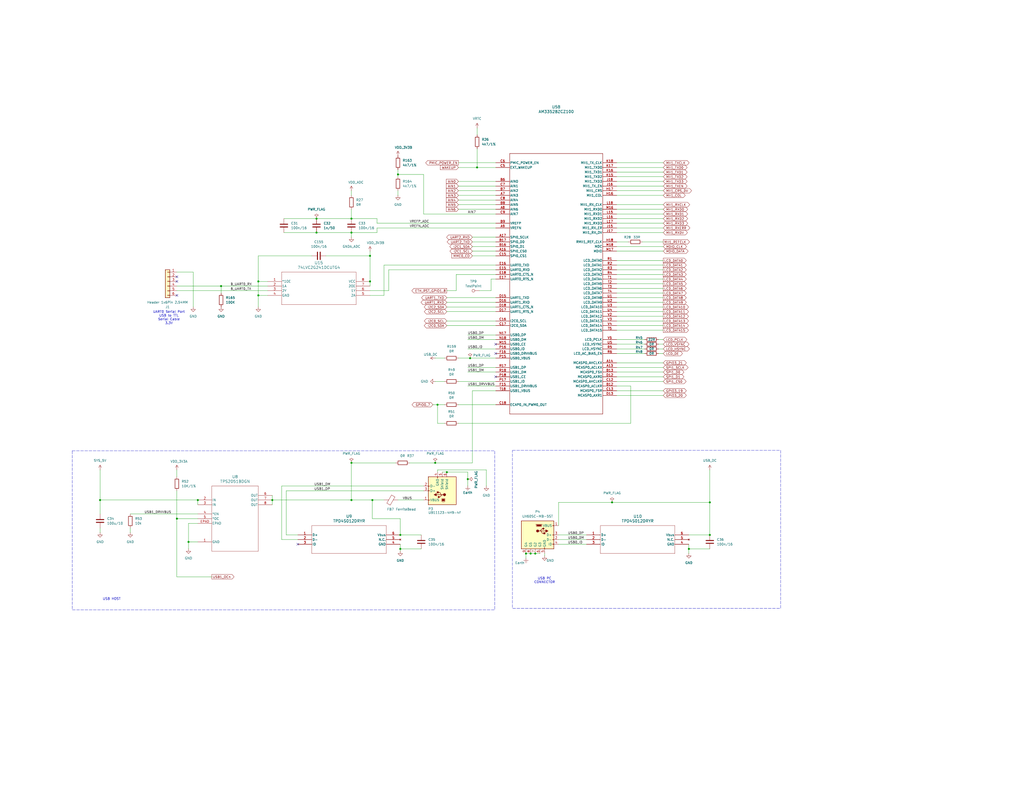
<source format=kicad_sch>
(kicad_sch (version 20231120) (generator "eeschema") (generator_version "8.0")
  (paper "C")
  (title_block (title "PROCESSOR 2 OF 3, UAB PORTS"))
  (junction (at 201.93 153.67))
  (junction (at 203.2 273.05))
  (junction (at 191.77 127))
  (junction (at 218.44 299.72))
  (junction (at 191.77 119.38))
  (junction (at 172.72 119.38))
  (junction (at 260.35 91.44))
  (junction (at 237.49 252.73))
  (junction (at 148.59 273.05))
  (junction (at 289.56 302.26))
  (junction (at 287.02 302.26))
  (junction (at 217.17 95.25))
  (junction (at 387.35 292.1))
  (junction (at 255.27 261.62))
  (junction (at 243.84 257.81))
  (junction (at 375.92 299.72))
  (junction (at 102.87 295.91))
  (junction (at 292.1 302.26))
  (junction (at 140.97 153.67))
  (junction (at 256.54 195.58))
  (junction (at 191.77 252.73))
  (junction (at 107.95 273.05))
  (junction (at 140.97 161.29))
  (junction (at 54.61 273.05))
  (junction (at 120.65 156.21))
  (junction (at 191.77 273.05))
  (junction (at 334.01 274.32))
  (junction (at 96.52 283.21))
  (junction (at 387.35 274.32))
  (junction (at 201.93 139.7))
  (junction (at 218.44 292.1))
  (junction (at 172.72 127))
  (junction (at 238.76 220.98))
  (no_connect (at 270.51 205.74))
  (no_connect (at 270.51 193.04))
  (no_connect (at 96.52 151.13))
  (no_connect (at 96.52 161.29))
  (no_connect (at 270.51 187.96))
  (no_connect (at 162.56 297.18))
  (no_connect (at 96.52 153.67))
  (wire (pts (xy 336.55 157.48) (xy 361.95 157.48)))
  (wire (pts (xy 336.55 88.9) (xy 361.95 88.9)))
  (wire (pts (xy 153.67 265.43) (xy 231.14 265.43)))
  (wire (pts (xy 336.55 142.24) (xy 361.95 142.24)))
  (wire (pts (xy 350.52 132.08) (xy 361.95 132.08)))
  (wire (pts (xy 255.27 210.82) (xy 270.51 210.82)))
  (wire (pts (xy 243.84 165.1) (xy 270.51 165.1)))
  (wire (pts (xy 336.55 180.34) (xy 361.95 180.34)))
  (wire (pts (xy 260.35 69.85) (xy 260.35 73.66)))
  (wire (pts (xy 336.55 205.74) (xy 361.95 205.74)))
  (wire (pts (xy 336.55 106.68) (xy 361.95 106.68)))
  (wire (pts (xy 205.74 119.38) (xy 191.77 119.38)))
  (wire (pts (xy 270.51 91.44) (xy 260.35 91.44)))
  (wire (pts (xy 336.55 170.18) (xy 361.95 170.18)))
  (wire (pts (xy 107.95 285.75) (xy 102.87 285.75)))
  (wire (pts (xy 148.59 273.05) (xy 148.59 275.59)))
  (wire (pts (xy 336.55 119.38) (xy 361.95 119.38)))
  (wire (pts (xy 96.52 267.97) (xy 96.52 283.21)))
  (wire (pts (xy 218.44 299.72) (xy 229.87 299.72)))
  (wire (pts (xy 334.01 274.32) (xy 304.8 274.32)))
  (wire (pts (xy 140.97 153.67) (xy 140.97 161.29)))
  (wire (pts (xy 217.17 273.05) (xy 231.14 273.05)))
  (wire (pts (xy 209.55 161.29) (xy 201.93 161.29)))
  (wire (pts (xy 250.19 220.98) (xy 270.51 220.98)))
  (wire (pts (xy 120.65 156.21) (xy 120.65 160.02)))
  (wire (pts (xy 205.74 124.46) (xy 205.74 127)))
  (wire (pts (xy 359.41 187.96) (xy 361.95 187.96)))
  (wire (pts (xy 336.55 134.62) (xy 361.95 134.62)))
  (wire (pts (xy 336.55 210.82) (xy 344.17 210.82)))
  (wire (pts (xy 255.27 190.5) (xy 270.51 190.5)))
  (wire (pts (xy 231.14 267.97) (xy 156.21 267.97)))
  (wire (pts (xy 243.84 177.8) (xy 270.51 177.8)))
  (wire (pts (xy 156.21 267.97) (xy 156.21 292.1)))
  (wire (pts (xy 336.55 215.9) (xy 361.95 215.9)))
  (wire (pts (xy 96.52 156.21) (xy 120.65 156.21)))
  (wire (pts (xy 156.21 292.1) (xy 162.56 292.1)))
  (wire (pts (xy 250.19 104.14) (xy 270.51 104.14)))
  (wire (pts (xy 191.77 114.3) (xy 191.77 119.38)))
  (wire (pts (xy 250.19 91.44) (xy 260.35 91.44)))
  (wire (pts (xy 292.1 302.26) (xy 294.64 302.26)))
  (wire (pts (xy 375.92 297.18) (xy 375.92 299.72)))
  (wire (pts (xy 387.35 256.54) (xy 387.35 274.32)))
  (wire (pts (xy 336.55 137.16) (xy 361.95 137.16)))
  (wire (pts (xy 257.81 139.7) (xy 270.51 139.7)))
  (wire (pts (xy 336.55 165.1) (xy 361.95 165.1)))
  (wire (pts (xy 54.61 256.54) (xy 54.61 273.05)))
  (wire (pts (xy 336.55 162.56) (xy 361.95 162.56)))
  (wire (pts (xy 336.55 93.98) (xy 361.95 93.98)))
  (wire (pts (xy 170.18 139.7) (xy 140.97 139.7)))
  (wire (pts (xy 336.55 187.96) (xy 351.79 187.96)))
  (wire (pts (xy 241.3 257.81) (xy 243.84 257.81)))
  (wire (pts (xy 218.44 292.1) (xy 229.87 292.1)))
  (wire (pts (xy 172.72 127) (xy 191.77 127)))
  (wire (pts (xy 217.17 95.25) (xy 217.17 96.52)))
  (wire (pts (xy 250.19 208.28) (xy 270.51 208.28)))
  (wire (pts (xy 217.17 92.71) (xy 217.17 95.25)))
  (wire (pts (xy 203.2 283.21) (xy 203.2 273.05)))
  (wire (pts (xy 270.51 121.92) (xy 205.74 121.92)))
  (wire (pts (xy 359.41 185.42) (xy 361.95 185.42)))
  (wire (pts (xy 201.93 139.7) (xy 201.93 153.67)))
  (wire (pts (xy 336.55 193.04) (xy 351.79 193.04)))
  (wire (pts (xy 236.22 220.98) (xy 238.76 220.98)))
  (wire (pts (xy 344.17 210.82) (xy 344.17 231.14)))
  (wire (pts (xy 140.97 153.67) (xy 146.05 153.67)))
  (wire (pts (xy 212.09 158.75) (xy 201.93 158.75)))
  (wire (pts (xy 255.27 185.42) (xy 270.51 185.42)))
  (wire (pts (xy 250.19 106.68) (xy 270.51 106.68)))
  (wire (pts (xy 54.61 290.83) (xy 54.61 288.29)))
  (wire (pts (xy 336.55 177.8) (xy 361.95 177.8)))
  (wire (pts (xy 257.81 137.16) (xy 270.51 137.16)))
  (wire (pts (xy 96.52 283.21) (xy 107.95 283.21)))
  (wire (pts (xy 336.55 114.3) (xy 361.95 114.3)))
  (wire (pts (xy 191.77 252.73) (xy 215.9 252.73)))
  (wire (pts (xy 336.55 101.6) (xy 361.95 101.6)))
  (wire (pts (xy 96.52 158.75) (xy 146.05 158.75)))
  (wire (pts (xy 336.55 147.32) (xy 361.95 147.32)))
  (wire (pts (xy 250.19 88.9) (xy 270.51 88.9)))
  (wire (pts (xy 387.35 274.32) (xy 334.01 274.32)))
  (wire (pts (xy 387.35 274.32) (xy 387.35 292.1)))
  (wire (pts (xy 336.55 111.76) (xy 361.95 111.76)))
  (wire (pts (xy 257.81 129.54) (xy 270.51 129.54)))
  (wire (pts (xy 205.74 121.92) (xy 205.74 119.38)))
  (wire (pts (xy 287.02 302.26) (xy 287.02 304.8)))
  (wire (pts (xy 172.72 119.38) (xy 191.77 119.38)))
  (wire (pts (xy 231.14 95.25) (xy 231.14 116.84)))
  (wire (pts (xy 250.19 99.06) (xy 270.51 99.06)))
  (wire (pts (xy 54.61 273.05) (xy 107.95 273.05)))
  (wire (pts (xy 336.55 121.92) (xy 361.95 121.92)))
  (wire (pts (xy 191.77 252.73) (xy 191.77 273.05)))
  (wire (pts (xy 336.55 208.28) (xy 361.95 208.28)))
  (wire (pts (xy 238.76 220.98) (xy 242.57 220.98)))
  (wire (pts (xy 191.77 127) (xy 191.77 129.54)))
  (wire (pts (xy 270.51 144.78) (xy 209.55 144.78)))
  (wire (pts (xy 102.87 285.75) (xy 102.87 295.91)))
  (wire (pts (xy 336.55 190.5) (xy 351.79 190.5)))
  (wire (pts (xy 243.84 170.18) (xy 270.51 170.18)))
  (wire (pts (xy 359.41 190.5) (xy 361.95 190.5)))
  (wire (pts (xy 148.59 270.51) (xy 148.59 273.05)))
  (wire (pts (xy 248.92 149.86) (xy 270.51 149.86)))
  (wire (pts (xy 242.57 231.14) (xy 238.76 231.14)))
  (wire (pts (xy 238.76 231.14) (xy 238.76 220.98)))
  (wire (pts (xy 250.19 231.14) (xy 344.17 231.14)))
  (wire (pts (xy 218.44 292.1) (xy 218.44 283.21)))
  (wire (pts (xy 336.55 149.86) (xy 361.95 149.86)))
  (wire (pts (xy 297.18 302.26) (xy 297.18 303.53)))
  (wire (pts (xy 336.55 96.52) (xy 361.95 96.52)))
  (wire (pts (xy 96.52 148.59) (xy 105.41 148.59)))
  (wire (pts (xy 336.55 200.66) (xy 361.95 200.66)))
  (wire (pts (xy 255.27 182.88) (xy 270.51 182.88)))
  (wire (pts (xy 375.92 299.72) (xy 375.92 302.26)))
  (wire (pts (xy 336.55 132.08) (xy 342.9 132.08)))
  (wire (pts (xy 237.49 208.28) (xy 242.57 208.28)))
  (wire (pts (xy 255.27 257.81) (xy 255.27 261.62)))
  (wire (pts (xy 120.65 156.21) (xy 146.05 156.21)))
  (wire (pts (xy 148.59 273.05) (xy 191.77 273.05)))
  (wire (pts (xy 218.44 283.21) (xy 203.2 283.21)))
  (wire (pts (xy 140.97 161.29) (xy 140.97 167.64)))
  (wire (pts (xy 71.12 288.29) (xy 71.12 290.83)))
  (wire (pts (xy 336.55 167.64) (xy 361.95 167.64)))
  (wire (pts (xy 201.93 153.67) (xy 201.93 156.21)))
  (wire (pts (xy 336.55 213.36) (xy 361.95 213.36)))
  (wire (pts (xy 257.81 213.36) (xy 257.81 252.73)))
  (wire (pts (xy 107.95 273.05) (xy 107.95 275.59)))
  (wire (pts (xy 336.55 203.2) (xy 361.95 203.2)))
  (wire (pts (xy 243.84 158.75) (xy 248.92 158.75)))
  (wire (pts (xy 140.97 161.29) (xy 146.05 161.29)))
  (wire (pts (xy 256.54 195.58) (xy 270.51 195.58)))
  (wire (pts (xy 71.12 280.67) (xy 107.95 280.67)))
  (wire (pts (xy 191.77 104.14) (xy 191.77 106.68)))
  (wire (pts (xy 336.55 99.06) (xy 361.95 99.06)))
  (wire (pts (xy 336.55 198.12) (xy 361.95 198.12)))
  (wire (pts (xy 336.55 127) (xy 361.95 127)))
  (wire (pts (xy 96.52 283.21) (xy 96.52 314.96)))
  (wire (pts (xy 336.55 172.72) (xy 361.95 172.72)))
  (wire (pts (xy 217.17 95.25) (xy 231.14 95.25)))
  (wire (pts (xy 250.19 109.22) (xy 270.51 109.22)))
  (wire (pts (xy 250.19 195.58) (xy 256.54 195.58)))
  (wire (pts (xy 250.19 114.3) (xy 270.51 114.3)))
  (wire (pts (xy 267.97 158.75) (xy 267.97 152.4)))
  (wire (pts (xy 257.81 132.08) (xy 270.51 132.08)))
  (wire (pts (xy 304.8 292.1) (xy 320.04 292.1)))
  (wire (pts (xy 287.02 302.26) (xy 289.56 302.26)))
  (wire (pts (xy 243.84 162.56) (xy 270.51 162.56)))
  (wire (pts (xy 255.27 261.62) (xy 255.27 265.43)))
  (wire (pts (xy 250.19 101.6) (xy 270.51 101.6)))
  (wire (pts (xy 107.95 295.91) (xy 102.87 295.91)))
  (wire (pts (xy 54.61 273.05) (xy 54.61 280.67)))
  (wire (pts (xy 304.8 297.18) (xy 320.04 297.18)))
  (wire (pts (xy 336.55 144.78) (xy 361.95 144.78)))
  (wire (pts (xy 336.55 104.14) (xy 361.95 104.14)))
  (wire (pts (xy 270.51 124.46) (xy 205.74 124.46)))
  (wire (pts (xy 203.2 273.05) (xy 209.55 273.05)))
  (wire (pts (xy 238.76 257.81) (xy 238.76 256.54)))
  (wire (pts (xy 289.56 302.26) (xy 292.1 302.26)))
  (wire (pts (xy 304.8 274.32) (xy 304.8 287.02)))
  (wire (pts (xy 336.55 185.42) (xy 351.79 185.42)))
  (wire (pts (xy 336.55 91.44) (xy 361.95 91.44)))
  (wire (pts (xy 243.84 167.64) (xy 270.51 167.64)))
  (wire (pts (xy 336.55 152.4) (xy 361.95 152.4)))
  (wire (pts (xy 212.09 147.32) (xy 212.09 158.75)))
  (wire (pts (xy 231.14 116.84) (xy 270.51 116.84)))
  (wire (pts (xy 359.41 193.04) (xy 361.95 193.04)))
  (wire (pts (xy 336.55 116.84) (xy 361.95 116.84)))
  (wire (pts (xy 218.44 299.72) (xy 218.44 300.99)))
  (wire (pts (xy 336.55 154.94) (xy 361.95 154.94)))
  (wire (pts (xy 162.56 294.64) (xy 153.67 294.64)))
  (wire (pts (xy 265.43 256.54) (xy 265.43 265.43)))
  (wire (pts (xy 250.19 111.76) (xy 270.51 111.76)))
  (wire (pts (xy 255.27 203.2) (xy 270.51 203.2)))
  (wire (pts (xy 255.27 200.66) (xy 270.51 200.66)))
  (wire (pts (xy 237.49 195.58) (xy 242.57 195.58)))
  (wire (pts (xy 96.52 314.96) (xy 115.57 314.96)))
  (wire (pts (xy 270.51 213.36) (xy 257.81 213.36)))
  (wire (pts (xy 267.97 152.4) (xy 270.51 152.4)))
  (wire (pts (xy 336.55 175.26) (xy 361.95 175.26)))
  (wire (pts (xy 201.93 137.16) (xy 201.93 139.7)))
  (wire (pts (xy 102.87 295.91) (xy 102.87 299.72)))
  (wire (pts (xy 217.17 104.14) (xy 217.17 106.68)))
  (wire (pts (xy 218.44 297.18) (xy 218.44 299.72)))
  (wire (pts (xy 223.52 252.73) (xy 237.49 252.73)))
  (wire (pts (xy 212.09 147.32) (xy 270.51 147.32)))
  (wire (pts (xy 154.94 119.38) (xy 172.72 119.38)))
  (wire (pts (xy 261.62 158.75) (xy 267.97 158.75)))
  (wire (pts (xy 209.55 144.78) (xy 209.55 161.29)))
  (wire (pts (xy 375.92 292.1) (xy 387.35 292.1)))
  (wire (pts (xy 105.41 148.59) (xy 105.41 167.64)))
  (wire (pts (xy 336.55 160.02) (xy 361.95 160.02)))
  (wire (pts (xy 153.67 294.64) (xy 153.67 265.43)))
  (wire (pts (xy 237.49 252.73) (xy 257.81 252.73)))
  (wire (pts (xy 154.94 127) (xy 172.72 127)))
  (wire (pts (xy 375.92 299.72) (xy 387.35 299.72)))
  (wire (pts (xy 191.77 273.05) (xy 203.2 273.05)))
  (wire (pts (xy 248.92 158.75) (xy 248.92 149.86)))
  (wire (pts (xy 243.84 175.26) (xy 270.51 175.26)))
  (wire (pts (xy 140.97 139.7) (xy 140.97 153.67)))
  (wire (pts (xy 257.81 134.62) (xy 270.51 134.62)))
  (wire (pts (xy 304.8 294.64) (xy 320.04 294.64)))
  (wire (pts (xy 205.74 127) (xy 191.77 127)))
  (wire (pts (xy 243.84 257.81) (xy 255.27 257.81)))
  (wire (pts (xy 177.8 139.7) (xy 201.93 139.7)))
  (wire (pts (xy 336.55 124.46) (xy 361.95 124.46)))
  (wire (pts (xy 96.52 256.54) (xy 96.52 260.35)))
  (wire (pts (xy 260.35 91.44) (xy 260.35 81.28)))
  (wire (pts (xy 238.76 256.54) (xy 265.43 256.54)))
  (rectangle (start 39.37 246.126) (end 270.002 332.994) (stroke (width 0) (type dash)))
  (text_box "" (at 279.654 245.872 0) (size 146.304 86.36) (stroke (width 0) (type dash)) (effects (font (size 1.27 1.27)) (justify left top)))
  (text "USB HOST" (at 60.96 327.152 0) (effects (font (size 1.27 1.27))))
  (text "USB PC\nCONNECTOR" (at 297.18 316.992 0) (effects (font (size 1.27 1.27))))
  (text "UART0 Serial Port\nUSB to TTL\nSerial Cable\n3.3V" (at 92.202 173.482 0) (effects (font (size 1.27 1.27))))
  (label "VBUS" (at 219.71 273.05 0))
  (label "USB1_DP" (at 171.45 267.97 0))
  (label "USB1_DRVVBUS" (at 78.74 280.67 0))
  (label "USB0_ID" (at 309.88 297.18 0))
  (label "USB0_DM" (at 309.88 294.64 0))
  (label "USB1_DM" (at 255.27 203.2 0))
  (label "USB0_DP" (at 309.88 292.1 0))
  (label "USB0_ID" (at 255.27 190.5 0))
  (label "B_UART0_RX" (at 125.73 156.21 0))
  (label "VREFP_ADC" (at 223.52 121.92 0))
  (label "USB1_DRVVBUS" (at 255.27 210.82 0))
  (label "B_UART0_TX" (at 125.73 158.75 0))
  (label "USB0_DP" (at 255.27 182.88 0))
  (label "AIN7" (at 255.27 116.84 0))
  (label "USB0_DM" (at 255.27 185.42 0))
  (label "VREFN_ADC" (at 223.52 124.46 0))
  (label "USB1_DP" (at 255.27 200.66 0))
  (label "USB1_DM" (at 171.45 265.43 0))
  (global_label "LCD_PCLK" (shape bidirectional) (at 361.95 185.42 0) (property "Intersheetrefs" "${INTERSHEET_REFS}" (effects (hide yes))))
  (global_label "PMIC_POWER_EN" (shape output) (at 250.19 88.9 180) (property "Intersheetrefs" "${INTERSHEET_REFS}" (effects (hide yes))))
  (global_label "UART2_RXD" (shape bidirectional) (at 257.81 129.54 180) (property "Intersheetrefs" "${INTERSHEET_REFS}" (effects (hide yes))))
  (global_label "I2C1_SDA" (shape bidirectional) (at 257.81 134.62 180) (property "Intersheetrefs" "${INTERSHEET_REFS}" (effects (hide yes))))
  (global_label "LCD_DATA1" (shape output) (at 361.95 144.78 0) (property "Intersheetrefs" "${INTERSHEET_REFS}" (effects (hide yes))))
  (global_label "AIN1" (shape input) (at 250.19 101.6 180) (property "Intersheetrefs" "${INTERSHEET_REFS}" (effects (hide yes))))
  (global_label "I2C2_SDA" (shape bidirectional) (at 243.84 167.64 180) (property "Intersheetrefs" "${INTERSHEET_REFS}" (effects (hide yes))))
  (global_label "MII1_TXCLK" (shape bidirectional) (at 361.95 88.9 0) (property "Intersheetrefs" "${INTERSHEET_REFS}" (effects (hide yes))))
  (global_label "MII1_TXD3" (shape bidirectional) (at 361.95 99.06 0) (property "Intersheetrefs" "${INTERSHEET_REFS}" (effects (hide yes))))
  (global_label "SPI1_D0" (shape bidirectional) (at 361.95 203.2 0) (property "Intersheetrefs" "${INTERSHEET_REFS}" (effects (hide yes))))
  (global_label "SPI1_CS0" (shape bidirectional) (at 361.95 208.28 0) (property "Intersheetrefs" "${INTERSHEET_REFS}" (effects (hide yes))))
  (global_label "GPIO3_20" (shape bidirectional) (at 361.95 215.9 0) (property "Intersheetrefs" "${INTERSHEET_REFS}" (effects (hide yes))))
  (global_label "MII1_RXD0" (shape bidirectional) (at 361.95 114.3 0) (property "Intersheetrefs" "${INTERSHEET_REFS}" (effects (hide yes))))
  (global_label "LCD_DATA9" (shape output) (at 361.95 165.1 0) (property "Intersheetrefs" "${INTERSHEET_REFS}" (effects (hide yes))))
  (global_label "SPI1_D1" (shape bidirectional) (at 361.95 205.74 0) (property "Intersheetrefs" "${INTERSHEET_REFS}" (effects (hide yes))))
  (global_label "LCD_DATA4" (shape output) (at 361.95 152.4 0) (property "Intersheetrefs" "${INTERSHEET_REFS}" (effects (hide yes))))
  (global_label "MII1_RXDV" (shape bidirectional) (at 361.95 127 0) (property "Intersheetrefs" "${INTERSHEET_REFS}" (effects (hide yes))))
  (global_label "LCD_DATA14" (shape output) (at 361.95 177.8 0) (property "Intersheetrefs" "${INTERSHEET_REFS}" (effects (hide yes))))
  (global_label "AIN5" (shape input) (at 250.19 111.76 180) (property "Intersheetrefs" "${INTERSHEET_REFS}" (effects (hide yes))))
  (global_label "MII1_REFCLK" (shape output) (at 361.95 132.08 0) (property "Intersheetrefs" "${INTERSHEET_REFS}" (effects (hide yes))))
  (global_label "MII1_RXERR" (shape bidirectional) (at 361.95 124.46 0) (property "Intersheetrefs" "${INTERSHEET_REFS}" (effects (hide yes))))
  (global_label "UART2_TXD" (shape bidirectional) (at 257.81 132.08 180) (property "Intersheetrefs" "${INTERSHEET_REFS}" (effects (hide yes))))
  (global_label "GPIO3_19" (shape bidirectional) (at 361.95 213.36 0) (property "Intersheetrefs" "${INTERSHEET_REFS}" (effects (hide yes))))
  (global_label "LCD_DATA10" (shape output) (at 361.95 167.64 0) (property "Intersheetrefs" "${INTERSHEET_REFS}" (effects (hide yes))))
  (global_label "AIN6" (shape input) (at 250.19 114.3 180) (property "Intersheetrefs" "${INTERSHEET_REFS}" (effects (hide yes))))
  (global_label "LCD_DATA12" (shape output) (at 361.95 172.72 0) (property "Intersheetrefs" "${INTERSHEET_REFS}" (effects (hide yes))))
  (global_label "MII1_RXD1" (shape bidirectional) (at 361.95 116.84 0) (property "Intersheetrefs" "${INTERSHEET_REFS}" (effects (hide yes))))
  (global_label "I2C0_SCL" (shape bidirectional) (at 243.84 175.26 180) (property "Intersheetrefs" "${INTERSHEET_REFS}" (effects (hide yes))))
  (global_label "LCD_DATA5" (shape output) (at 361.95 154.94 0) (property "Intersheetrefs" "${INTERSHEET_REFS}" (effects (hide yes))))
  (global_label "GPIO0_7" (shape bidirectional) (at 236.22 220.98 180) (property "Intersheetrefs" "${INTERSHEET_REFS}" (effects (hide yes))))
  (global_label "LCD_DE" (shape bidirectional) (at 361.95 193.04 0) (property "Intersheetrefs" "${INTERSHEET_REFS}" (effects (hide yes))))
  (global_label "LCD_DATA3" (shape output) (at 361.95 149.86 0) (property "Intersheetrefs" "${INTERSHEET_REFS}" (effects (hide yes))))
  (global_label "LCD_DATA8" (shape output) (at 361.95 162.56 0) (property "Intersheetrefs" "${INTERSHEET_REFS}" (effects (hide yes))))
  (global_label "GPIO3_21" (shape bidirectional) (at 361.95 198.12 0) (property "Intersheetrefs" "${INTERSHEET_REFS}" (effects (hide yes))))
  (global_label "I2C2_SCL" (shape bidirectional) (at 243.84 170.18 180) (property "Intersheetrefs" "${INTERSHEET_REFS}" (effects (hide yes))))
  (global_label "UART1_RXD" (shape bidirectional) (at 243.84 165.1 180) (property "Intersheetrefs" "${INTERSHEET_REFS}" (effects (hide yes))))
  (global_label "LCD_DATA2" (shape output) (at 361.95 147.32 0) (property "Intersheetrefs" "${INTERSHEET_REFS}" (effects (hide yes))))
  (global_label "SPI1_SCLK" (shape bidirectional) (at 361.95 200.66 0) (property "Intersheetrefs" "${INTERSHEET_REFS}" (effects (hide yes))))
  (global_label "LCD_DATA0" (shape output) (at 361.95 142.24 0) (property "Intersheetrefs" "${INTERSHEET_REFS}" (effects (hide yes))))
  (global_label "UART1_TXD" (shape bidirectional) (at 243.84 162.56 180) (property "Intersheetrefs" "${INTERSHEET_REFS}" (effects (hide yes))))
  (global_label "MII1_COL" (shape bidirectional) (at 361.95 106.68 0) (property "Intersheetrefs" "${INTERSHEET_REFS}" (effects (hide yes))))
  (global_label "MDIO_CLK" (shape bidirectional) (at 361.95 134.62 0) (property "Intersheetrefs" "${INTERSHEET_REFS}" (effects (hide yes))))
  (global_label "MII1_RXD3" (shape bidirectional) (at 361.95 121.92 0) (property "Intersheetrefs" "${INTERSHEET_REFS}" (effects (hide yes))))
  (global_label "USB1_OCn" (shape output) (at 115.57 314.96 0) (property "Intersheetrefs" "${INTERSHEET_REFS}" (effects (hide yes))))
  (global_label "MII1_TXD0" (shape bidirectional) (at 361.95 91.44 0) (property "Intersheetrefs" "${INTERSHEET_REFS}" (effects (hide yes))))
  (global_label "AIN3" (shape input) (at 250.19 106.68 180) (property "Intersheetrefs" "${INTERSHEET_REFS}" (effects (hide yes))))
  (global_label "MII1_TXD1" (shape bidirectional) (at 361.95 93.98 0) (property "Intersheetrefs" "${INTERSHEET_REFS}" (effects (hide yes))))
  (global_label "MII1_TXEN" (shape bidirectional) (at 361.95 101.6 0) (property "Intersheetrefs" "${INTERSHEET_REFS}" (effects (hide yes))))
  (global_label "I2C0_SDA" (shape bidirectional) (at 243.84 177.8 180) (property "Intersheetrefs" "${INTERSHEET_REFS}" (effects (hide yes))))
  (global_label "LCD_DATA13" (shape output) (at 361.95 175.26 0) (property "Intersheetrefs" "${INTERSHEET_REFS}" (effects (hide yes))))
  (global_label "MII1_RXCLK" (shape bidirectional) (at 361.95 111.76 0) (property "Intersheetrefs" "${INTERSHEET_REFS}" (effects (hide yes))))
  (global_label "MII1_TXD2" (shape bidirectional) (at 361.95 96.52 0) (property "Intersheetrefs" "${INTERSHEET_REFS}" (effects (hide yes))))
  (global_label "LCD_DATA15" (shape output) (at 361.95 180.34 0) (property "Intersheetrefs" "${INTERSHEET_REFS}" (effects (hide yes))))
  (global_label "LCD_HSYNC" (shape bidirectional) (at 361.95 190.5 0) (property "Intersheetrefs" "${INTERSHEET_REFS}" (effects (hide yes))))
  (global_label "MII1_CRS_DV" (shape bidirectional) (at 361.95 104.14 0) (property "Intersheetrefs" "${INTERSHEET_REFS}" (effects (hide yes))))
  (global_label "AIN4" (shape input) (at 250.19 109.22 180) (property "Intersheetrefs" "${INTERSHEET_REFS}" (effects (hide yes))))
  (global_label "AIN2" (shape input) (at 250.19 104.14 180) (property "Intersheetrefs" "${INTERSHEET_REFS}" (effects (hide yes))))
  (global_label "ETH_RST_GPIO1_8" (shape output) (at 243.84 158.75 180) (property "Intersheetrefs" "${INTERSHEET_REFS}" (effects (hide yes))))
  (global_label "LCD_DATA6" (shape output) (at 361.95 157.48 0) (property "Intersheetrefs" "${INTERSHEET_REFS}" (effects (hide yes))))
  (global_label "I2C1_SCL" (shape bidirectional) (at 257.81 137.16 180) (property "Intersheetrefs" "${INTERSHEET_REFS}" (effects (hide yes))))
  (global_label "MII1_RXD2" (shape bidirectional) (at 361.95 119.38 0) (property "Intersheetrefs" "${INTERSHEET_REFS}" (effects (hide yes))))
  (global_label "LCD_VSYNC" (shape bidirectional) (at 361.95 187.96 0) (property "Intersheetrefs" "${INTERSHEET_REFS}" (effects (hide yes))))
  (global_label "LCD_DATA7" (shape output) (at 361.95 160.02 0) (property "Intersheetrefs" "${INTERSHEET_REFS}" (effects (hide yes))))
  (global_label "WAKEUP" (shape input) (at 250.19 91.44 180) (property "Intersheetrefs" "${INTERSHEET_REFS}" (effects (hide yes))))
  (global_label "AIN0" (shape input) (at 250.19 99.06 180) (property "Intersheetrefs" "${INTERSHEET_REFS}" (effects (hide yes))))
  (global_label "MDIO_DATA" (shape bidirectional) (at 361.95 137.16 0) (property "Intersheetrefs" "${INTERSHEET_REFS}" (effects (hide yes))))
  (global_label "MMC0_CD" (shape input) (at 257.81 139.7 180) (property "Intersheetrefs" "${INTERSHEET_REFS}" (effects (hide yes))))
  (global_label "LCD_DATA11" (shape output) (at 361.95 170.18 0) (property "Intersheetrefs" "${INTERSHEET_REFS}" (effects (hide yes))))
  (symbol (lib_id "MT41K256M16TW-107_P:AM3352BZCZ100") (at 303.53 154.94 0) (unit 2)
    (property "Reference" "U5" (at 303.53 58.42 0) (effects (font (size 1.524 1.524))))
    (property "Value" "AM3352BZCZ100" (at 303.53 60.96 0) (effects (font (size 1.524 1.524))))
    (property "Footprint" "footprints:ZCZ0324A" (effects (hide yes)))
    (property "Datasheet" "AM3352BZCZ100" (effects (hide yes)))
  )
  (symbol (lib_id "power:GND") (at 54.61 290.83 0) (unit 1)
    (property "Reference" "#PWR072" (effects (hide yes)))
    (property "Value" "GND" (at 54.61 295.91 0))
    (property "Description" "Power symbol creates a global label with name \"GND\" , ground" (effects (hide yes)))
  )
  (symbol (lib_id "MT41K256M16TW-107_P:74LVC2G241DCUTG4") (at 146.05 153.67 0) (unit 1)
    (property "Reference" "U15" (at 173.99 143.51 0) (effects (font (size 1.524 1.524))))
    (property "Value" "74LVC2G241DCUTG4" (at 173.99 146.05 0) (effects (font (size 1.524 1.524))))
    (property "Footprint" "footprints:DCU8" (effects (hide yes)))
    (property "Datasheet" "74LVC2G241DCUTG4" (effects (hide yes)))
  )
  (symbol (lib_id "power:PWR_FLAG") (at 237.49 252.73 0) (unit 1)
    (property "Reference" "#FLG013" (effects (hide yes)))
    (property "Value" "PWR_FLAG" (at 237.49 247.65 0))
    (property "Description" "Special symbol for telling ERC where power comes from" (effects (hide yes)))
  )
  (symbol (lib_id "power:VD") (at 54.61 256.54 0) (unit 1)
    (property "Reference" "#PWR071" (effects (hide yes)))
    (property "Value" "SYS_5V" (at 54.61 251.46 0))
    (property "Description" "Power symbol creates a global label with name \"VD\"" (effects (hide yes)))
  )
  (symbol (lib_id "MT41K256M16TW-107_P:R") (at 217.17 100.33 0) (unit 1)
    (property "Reference" "R164" (at 219.71 99.0599 0) (effects (justify left)))
    (property "Value" "4k7/1%" (at 219.71 101.5999 0) (effects (justify left)))
    (property "Footprint" "footprints:R_0402_1005Metric" (effects (hide yes)))
    (property "Description" "Resistor" (effects (hide yes)))
  )
  (symbol (lib_id "power:PWR_FLAG") (at 191.77 252.73 0) (unit 1)
    (property "Reference" "#FLG017" (effects (hide yes)))
    (property "Value" "PWR_FLAG" (at 191.77 247.65 0))
    (property "Description" "Special symbol for telling ERC where power comes from" (effects (hide yes)))
  )
  (symbol (lib_id "MT41K256M16TW-107_P:R") (at 246.38 231.14 90) (unit 1)
    (property "Reference" "R51" (at 246.38 224.79 90))
    (property "Value" "0R" (at 246.38 227.33 90))
    (property "Footprint" "footprints:R_0402_1005Metric" (effects (hide yes)))
    (property "Description" "Resistor" (effects (hide yes)))
  )
  (symbol (lib_id "power:GND") (at 375.92 302.26 0) (unit 1)
    (property "Reference" "#PWR078" (effects (hide yes)))
    (property "Value" "GND" (at 375.92 307.34 0))
    (property "Description" "Power symbol creates a global label with name \"GND\" , ground" (effects (hide yes)))
  )
  (symbol (lib_id "MT41K256M16TW-107_P:TPD4S012DRYR") (at 162.56 292.1 0) (unit 1)
    (property "Reference" "U9" (at 190.5 281.94 0) (effects (font (size 1.524 1.524))))
    (property "Value" "TPD4S012DRYR" (at 190.5 284.48 0) (effects (font (size 1.524 1.524))))
    (property "Footprint" "footprints:DRY6" (effects (hide yes)))
    (property "Datasheet" "TPD4S012DRYR" (effects (hide yes)))
  )
  (symbol (lib_id "MT41K256M16TW-107_P:R") (at 355.6 193.04 90) (unit 1)
    (property "Reference" "R48" (at 348.742 192.024 90))
    (property "Value" "0R" (at 355.6 193.04 90))
    (property "Footprint" "footprints:R_0402_1005Metric" (effects (hide yes)))
    (property "Description" "Resistor" (effects (hide yes)))
  )
  (symbol (lib_id "MT41K256M16TW-107_P:TPS2051BDGN") (at 107.95 273.05 0) (unit 1)
    (property "Reference" "U8" (at 128.27 260.35 0) (effects (font (size 1.524 1.524))))
    (property "Value" "TPS2051BDGN" (at 128.27 262.89 0) (effects (font (size 1.524 1.524))))
    (property "Footprint" "footprints:DGN8_1P89X1P57" (effects (hide yes)))
    (property "Datasheet" "TPS2051BDGN" (effects (hide yes)))
  )
  (symbol (lib_id "MT41K256M16TW-107_P:C") (at 191.77 123.19 0) (unit 1)
    (property "Reference" "C33" (at 195.58 121.9199 0) (effects (justify left)))
    (property "Value" "100n/16" (at 195.58 124.4599 0) (effects (justify left)))
    (property "Footprint" "footprints:C_0402_1005Metric" (effects (hide yes)))
    (property "Description" "Unpolarized capacitor" (effects (hide yes)))
  )
  (symbol (lib_id "MT41K256M16TW-107_P:USB_B") (at 238.76 267.97 180) (unit 1)
    (property "Reference" "P3" (at 233.68 277.876 0) (effects (justify right)))
    (property "Value" "UB11123-4H9-4F" (at 233.68 279.908 0) (effects (justify right)))
    (property "Footprint" "footprints:CONN4_87520-0010_FCI" (effects (hide yes)))
    (property "Datasheet" " ~" (effects (hide yes)))
    (property "Description" "USB Type B connector" (effects (hide yes)))
  )
  (symbol (lib_id "power:VD") (at 237.49 195.58 90) (unit 1)
    (property "Reference" "#PWR070" (effects (hide yes)))
    (property "Value" "USB_DC" (at 238.76 193.548 90) (effects (justify left)))
    (property "Description" "Power symbol creates a global label with name \"VD\"" (effects (hide yes)))
  )
  (symbol (lib_id "MT41K256M16TW-107_P:R") (at 71.12 284.48 0) (unit 1)
    (property "Reference" "R53" (at 73.66 283.2099 0) (effects (justify left)))
    (property "Value" "10k" (at 73.66 285.7499 0) (effects (justify left)))
    (property "Footprint" "footprints:R_0402_1005Metric" (effects (hide yes)))
    (property "Description" "Resistor" (effects (hide yes)))
  )
  (symbol (lib_id "power:GND") (at 218.44 300.99 0) (unit 1)
    (property "Reference" "#PWR077" (effects (hide yes)))
    (property "Value" "GND" (at 218.44 306.07 0))
    (property "Description" "Power symbol creates a global label with name \"GND\" , ground" (effects (hide yes)))
  )
  (symbol (lib_id "MT41K256M16TW-107_P:R") (at 246.38 220.98 90) (unit 1)
    (property "Reference" "R50" (at 246.38 214.63 90))
    (property "Value" "0R" (at 246.38 217.17 90))
    (property "Footprint" "footprints:R_0402_1005Metric" (effects (hide yes)))
    (property "Description" "Resistor" (effects (hide yes)))
  )
  (symbol (lib_id "MT41K256M16TW-107_P:R") (at 355.6 190.5 90) (unit 1)
    (property "Reference" "R47" (at 348.742 189.738 90))
    (property "Value" "0R" (at 355.6 190.5 90))
    (property "Footprint" "footprints:R_0402_1005Metric" (effects (hide yes)))
    (property "Description" "Resistor" (effects (hide yes)))
  )
  (symbol (lib_id "power:PWR_FLAG") (at 255.27 261.62 270) (unit 1)
    (property "Reference" "#FLG016" (effects (hide yes)))
    (property "Value" "PWR_FLAG" (at 259.842 257.048 0) (effects (justify left)))
    (property "Description" "Special symbol for telling ERC where power comes from" (effects (hide yes)))
  )
  (symbol (lib_id "power:GND") (at 265.43 265.43 0) (unit 1)
    (property "Reference" "#PWR0171" (effects (hide yes)))
    (property "Value" "GND" (at 265.43 270.51 0))
    (property "Description" "Power symbol creates a global label with name \"GND\" , ground" (effects (hide yes)))
  )
  (symbol (lib_id "power:GND") (at 102.87 299.72 0) (unit 1)
    (property "Reference" "#PWR074" (effects (hide yes)))
    (property "Value" "GND" (at 102.87 304.8 0))
    (property "Description" "Power symbol creates a global label with name \"GND\" , ground" (effects (hide yes)))
  )
  (symbol (lib_id "power:GND") (at 217.17 106.68 0) (unit 1)
    (property "Reference" "#PWR055" (effects (hide yes)))
    (property "Value" "GND" (at 217.17 111.76 0))
    (property "Description" "Power symbol creates a global label with name \"GND\" , ground" (effects (hide yes)))
  )
  (symbol (lib_id "MT41K256M16TW-107_P:TPD4S012DRYR") (at 320.04 292.1 0) (unit 1)
    (property "Reference" "U10" (at 347.98 281.94 0) (effects (font (size 1.524 1.524))))
    (property "Value" "TPD4S012DRYR" (at 347.98 284.48 0) (effects (font (size 1.524 1.524))))
    (property "Footprint" "footprints:DRY6" (effects (hide yes)))
    (property "Datasheet" "TPD4S012DRYR" (effects (hide yes)))
  )
  (symbol (lib_id "MT41K256M16TW-107_P:R") (at 96.52 264.16 0) (unit 1)
    (property "Reference" "R52" (at 99.06 262.8899 0) (effects (justify left)))
    (property "Value" "10K/1%" (at 99.06 265.4299 0) (effects (justify left)))
    (property "Footprint" "footprints:R_0402_1005Metric" (effects (hide yes)))
    (property "Description" "Resistor" (effects (hide yes)))
  )
  (symbol (lib_id "MT41K256M16TW-107_P:USB_OTG") (at 297.18 292.1 0) (unit 1)
    (property "Reference" "P4" (at 293.37 279.4 0))
    (property "Value" "UX60SC-MB-5ST" (at 293.37 281.94 0))
    (property "Footprint" "footprints:CONN_MB-5ST80" (effects (hide yes)))
    (property "Datasheet" " ~" (effects (hide yes)))
    (property "Description" "USB mini/micro connector" (effects (hide yes)))
  )
  (symbol (lib_id "MT41K256M16TW-107_P:C") (at 387.35 295.91 0) (unit 1)
    (property "Reference" "C36" (at 391.16 294.6399 0) (effects (justify left)))
    (property "Value" "100n/16" (at 391.16 297.1799 0) (effects (justify left)))
    (property "Footprint" "footprints:C_0402_1005Metric" (effects (hide yes)))
    (property "Description" "Unpolarized capacitor" (effects (hide yes)))
  )
  (symbol (lib_id "power:GND") (at 191.77 129.54 0) (unit 1)
    (property "Reference" "#PWR064" (effects (hide yes)))
    (property "Value" "GNDA_ADC" (at 191.77 134.62 0))
    (property "Description" "Power symbol creates a global label with name \"GND\" , ground" (effects (hide yes)))
  )
  (symbol (lib_id "power:GND") (at 297.18 303.53 0) (unit 1)
    (property "Reference" "#PWR080" (effects (hide yes)))
    (property "Value" "GND" (at 300.228 306.07 0))
    (property "Description" "Power symbol creates a global label with name \"GND\" , ground" (effects (hide yes)))
  )
  (symbol (lib_id "MT41K256M16TW-107_P:C") (at 54.61 284.48 0) (unit 1)
    (property "Reference" "C34" (at 58.42 283.2099 0) (effects (justify left)))
    (property "Value" "100u/10" (at 58.42 285.7499 0) (effects (justify left)))
    (property "Footprint" "Capacitor_SMD:C_Elec_6.3x5.8" (effects (hide yes)))
    (property "Description" "Unpolarized capacitor" (effects (hide yes)))
  )
  (symbol (lib_id "MT41K256M16TW-107_P:R") (at 355.6 187.96 90) (unit 1)
    (property "Reference" "R46" (at 348.742 186.944 90))
    (property "Value" "0R" (at 355.6 187.96 90))
    (property "Footprint" "footprints:R_0402_1005Metric" (effects (hide yes)))
    (property "Description" "Resistor" (effects (hide yes)))
  )
  (symbol (lib_id "power:VD") (at 201.93 137.16 0) (unit 1)
    (property "Reference" "#PWR065" (effects (hide yes)))
    (property "Value" "VDD_3V3B" (at 200.152 132.588 0) (effects (justify left)))
    (property "Description" "Power symbol creates a global label with name \"VD\"" (effects (hide yes)))
  )
  (symbol (lib_id "MT41K256M16TW-107_P:R") (at 191.77 110.49 0) (unit 1)
    (property "Reference" "R27" (at 194.31 109.2199 0) (effects (justify left)))
    (property "Value" "0R" (at 194.31 111.7599 0) (effects (justify left)))
    (property "Footprint" "footprints:R_0402_1005Metric" (effects (hide yes)))
    (property "Description" "Resistor" (effects (hide yes)))
  )
  (symbol (lib_id "power:GND") (at 105.41 167.64 0) (unit 1)
    (property "Reference" "#PWR067" (effects (hide yes)))
    (property "Value" "GND" (at 105.41 172.72 0))
    (property "Description" "Power symbol creates a global label with name \"GND\" , ground" (effects (hide yes)))
  )
  (symbol (lib_id "MT41K256M16TW-107_P:C") (at 173.99 139.7 90) (unit 1)
    (property "Reference" "C155" (at 173.99 132.08 90))
    (property "Value" "100n/16" (at 173.99 134.62 90))
    (property "Footprint" "footprints:C_0402_1005Metric" (effects (hide yes)))
    (property "Description" "Unpolarized capacitor" (effects (hide yes)))
  )
  (symbol (lib_id "MT41K256M16TW-107_P:R") (at 217.17 88.9 0) (unit 1)
    (property "Reference" "R163" (at 219.71 87.6299 0) (effects (justify left)))
    (property "Value" "4k7/1%" (at 219.71 90.1699 0) (effects (justify left)))
    (property "Footprint" "footprints:R_0402_1005Metric" (effects (hide yes)))
    (property "Description" "Resistor" (effects (hide yes)))
  )
  (symbol (lib_id "power:GND") (at 71.12 290.83 0) (unit 1)
    (property "Reference" "#PWR073" (effects (hide yes)))
    (property "Value" "GND" (at 71.12 295.91 0))
    (property "Description" "Power symbol creates a global label with name \"GND\" , ground" (effects (hide yes)))
  )
  (symbol (lib_id "power:Earth") (at 255.27 265.43 0) (unit 1)
    (property "Reference" "#PWR076" (effects (hide yes)))
    (property "Value" "Earth" (at 255.27 268.986 0))
    (property "Description" "Power symbol creates a global label with name \"Earth\"" (effects (hide yes)))
  )
  (symbol (lib_id "power:VD") (at 191.77 104.14 0) (unit 1)
    (property "Reference" "#PWR063" (effects (hide yes)))
    (property "Value" "VDD_ADC" (at 189.992 99.568 0) (effects (justify left)))
    (property "Description" "Power symbol creates a global label with name \"VD\"" (effects (hide yes)))
  )
  (symbol (lib_id "MT41K256M16TW-107_P:R") (at 120.65 163.83 0) (unit 1)
    (property "Reference" "R165" (at 123.19 162.5599 0) (effects (justify left)))
    (property "Value" "100K" (at 123.19 165.0999 0) (effects (justify left)))
    (property "Footprint" "footprints:R_0402_1005Metric" (effects (hide yes)))
    (property "Description" "Resistor" (effects (hide yes)))
  )
  (symbol (lib_id "MT41K256M16TW-107_P:TestPoint") (at 261.62 158.75 90) (unit 1)
    (property "Reference" "TP9" (at 258.318 153.67 90))
    (property "Value" "TestPoint" (at 258.318 156.21 90))
    (property "Footprint" "TestPoint:TestPoint_Pad_D1.0mm" (effects (hide yes)))
    (property "Description" "test point" (effects (hide yes)))
  )
  (symbol (lib_id "MT41K256M16TW-107_P:R") (at 219.71 252.73 90) (unit 1)
    (property "Reference" "R37" (at 224.028 248.92 90))
    (property "Value" "0R" (at 219.71 248.92 90))
    (property "Footprint" "footprints:R_0402_1005Metric" (effects (hide yes)))
    (property "Description" "Resistor" (effects (hide yes)))
  )
  (symbol (lib_id "MT41K256M16TW-107_P:R") (at 260.35 77.47 0) (unit 1)
    (property "Reference" "R26" (at 262.89 76.1999 0) (effects (justify left)))
    (property "Value" "4k7/1%" (at 262.89 78.7399 0) (effects (justify left)))
    (property "Footprint" "footprints:R_0402_1005Metric" (effects (hide yes)))
    (property "Description" "Resistor" (effects (hide yes)))
  )
  (symbol (lib_id "MT41K256M16TW-107_P:R") (at 246.38 208.28 90) (unit 1)
    (property "Reference" "R49" (at 246.38 201.93 90))
    (property "Value" "0R" (at 246.38 204.47 90))
    (property "Footprint" "footprints:R_0402_1005Metric" (effects (hide yes)))
    (property "Description" "Resistor" (effects (hide yes)))
  )
  (symbol (lib_id "power:PWR_FLAG") (at 256.54 195.58 0) (unit 1)
    (property "Reference" "#FLG015" (effects (hide yes)))
    (property "Value" "PWR_FLAG" (at 262.89 194.056 0))
    (property "Description" "Special symbol for telling ERC where power comes from" (effects (hide yes)))
  )
  (symbol (lib_id "power:GND") (at 120.65 167.64 0) (unit 1)
    (property "Reference" "#PWR068" (effects (hide yes)))
    (property "Value" "GND" (at 120.65 172.72 0))
    (property "Description" "Power symbol creates a global label with name \"GND\" , ground" (effects (hide yes)))
  )
  (symbol (lib_id "power:VD") (at 260.35 69.85 0) (unit 1)
    (property "Reference" "#PWR054" (effects (hide yes)))
    (property "Value" "VRTC" (at 260.35 64.77 0))
    (property "Description" "Power symbol creates a global label with name \"VD\"" (effects (hide yes)))
  )
  (symbol (lib_id "MT41K256M16TW-107_P:C") (at 229.87 295.91 0) (unit 1)
    (property "Reference" "C35" (at 233.68 294.6399 0) (effects (justify left)))
    (property "Value" "100n/16" (at 233.68 297.1799 0) (effects (justify left)))
    (property "Footprint" "footprints:C_0402_1005Metric" (effects (hide yes)))
    (property "Description" "Unpolarized capacitor" (effects (hide yes)))
  )
  (symbol (lib_id "MT41K256M16TW-107_P:R") (at 246.38 195.58 90) (unit 1)
    (property "Reference" "R159" (at 246.38 189.23 90))
    (property "Value" "0R" (at 246.38 191.77 90))
    (property "Footprint" "footprints:R_0402_1005Metric" (effects (hide yes)))
    (property "Description" "Resistor" (effects (hide yes)))
  )
  (symbol (lib_id "power:GND") (at 140.97 167.64 0) (unit 1)
    (property "Reference" "#PWR066" (effects (hide yes)))
    (property "Value" "GND" (at 140.97 172.72 0))
    (property "Description" "Power symbol creates a global label with name \"GND\" , ground" (effects (hide yes)))
  )
  (symbol (lib_id "MT41K256M16TW-107_P:C") (at 154.94 123.19 0) (unit 1)
    (property "Reference" "C31" (at 158.75 121.9199 0) (effects (justify left)))
    (property "Value" "100n/16" (at 158.75 124.4599 0) (effects (justify left)))
    (property "Footprint" "footprints:C_0402_1005Metric" (effects (hide yes)))
    (property "Description" "Unpolarized capacitor" (effects (hide yes)))
  )
  (symbol (lib_id "MT41K256M16TW-107_P:R") (at 346.71 132.08 90) (unit 1)
    (property "Reference" "R28" (at 342.392 129.54 90))
    (property "Value" "33R" (at 347.472 129.54 90))
    (property "Footprint" "footprints:R_0402_1005Metric" (effects (hide yes)))
    (property "Description" "Resistor" (effects (hide yes)))
  )
  (symbol (lib_id "power:VD") (at 96.52 256.54 0) (unit 1)
    (property "Reference" "#PWR075" (effects (hide yes)))
    (property "Value" "VDD_3V3A" (at 92.964 251.968 0) (effects (justify left)))
    (property "Description" "Power symbol creates a global label with name \"VD\"" (effects (hide yes)))
  )
  (symbol (lib_id "MT41K256M16TW-107_P:FerriteBead") (at 213.36 273.05 90) (unit 1)
    (property "Reference" "FB7" (at 213.106 278.13 90))
    (property "Value" "FerriteBead" (at 221.488 278.13 90))
    (property "Footprint" "Inductor_SMD:L_0805_2012Metric" (effects (hide yes)))
    (property "Description" "Ferrite bead" (effects (hide yes)))
  )
  (symbol (lib_id "power:PWR_FLAG") (at 334.01 274.32 0) (unit 1)
    (property "Reference" "#FLG014" (effects (hide yes)))
    (property "Value" "PWR_FLAG" (at 334.01 269.24 0))
    (property "Description" "Special symbol for telling ERC where power comes from" (effects (hide yes)))
  )
  (symbol (lib_id "MT41K256M16TW-107_P:R") (at 355.6 185.42 90) (unit 1)
    (property "Reference" "R45" (at 348.742 184.404 90))
    (property "Value" "22R" (at 355.6 185.42 90))
    (property "Footprint" "footprints:R_0402_1005Metric" (effects (hide yes)))
    (property "Description" "Resistor" (effects (hide yes)))
  )
  (symbol (lib_id "power:Earth") (at 287.02 304.8 0) (unit 1)
    (property "Reference" "#PWR0170" (effects (hide yes)))
    (property "Value" "Earth" (at 283.718 307.34 0))
    (property "Description" "Power symbol creates a global label with name \"Earth\"" (effects (hide yes)))
  )
  (symbol (lib_id "power:VD") (at 217.17 85.09 0) (unit 1)
    (property "Reference" "#PWR062" (effects (hide yes)))
    (property "Value" "VDD_3V3B" (at 215.392 80.518 0) (effects (justify left)))
    (property "Description" "Power symbol creates a global label with name \"VD\"" (effects (hide yes)))
  )
  (symbol (lib_id "power:VD") (at 387.35 256.54 0) (unit 1)
    (property "Reference" "#PWR079" (effects (hide yes)))
    (property "Value" "USB_DC" (at 387.35 251.46 0))
    (property "Description" "Power symbol creates a global label with name \"VD\"" (effects (hide yes)))
  )
  (symbol (lib_id "power:PWR_FLAG") (at 172.72 119.38 0) (unit 1)
    (property "Reference" "#FLG012" (effects (hide yes)))
    (property "Value" "PWR_FLAG" (at 172.72 114.3 0))
    (property "Description" "Special symbol for telling ERC where power comes from" (effects (hide yes)))
  )
  (symbol (lib_id "power:GND") (at 237.49 208.28 270) (unit 1)
    (property "Reference" "#PWR069" (effects (hide yes)))
    (property "Value" "GND" (at 233.68 208.2799 90) (effects (justify right)))
    (property "Description" "Power symbol creates a global label with name \"GND\" , ground" (effects (hide yes)))
  )
  (symbol (lib_id "MT41K256M16TW-107_P:Conn_01x06") (at 91.44 153.67 0) (mirror y) (unit 1)
    (property "Reference" "J1" (at 91.44 167.64 0))
    (property "Value" "Header 1x6Pin 2.54MM" (at 91.44 165.1 0))
    (property "Footprint" "Connector_PinHeader_2.54mm:PinHeader_1x06_P2.54mm_Vertical" (effects (hide yes)))
    (property "Description" "Generic connector, single row, 01x06, script generated (kicad-library-utils/schlib/autogen/connector/)" (effects (hide yes)))
  )
  (symbol (lib_id "MT41K256M16TW-107_P:C") (at 172.72 123.19 0) (unit 1)
    (property "Reference" "C32" (at 176.53 121.9199 0) (effects (justify left)))
    (property "Value" "1n/50" (at 176.53 124.4599 0) (effects (justify left)))
    (property "Footprint" "footprints:C_0402_1005Metric" (effects (hide yes)))
    (property "Description" "Unpolarized capacitor" (effects (hide yes)))
  )
)
</source>
